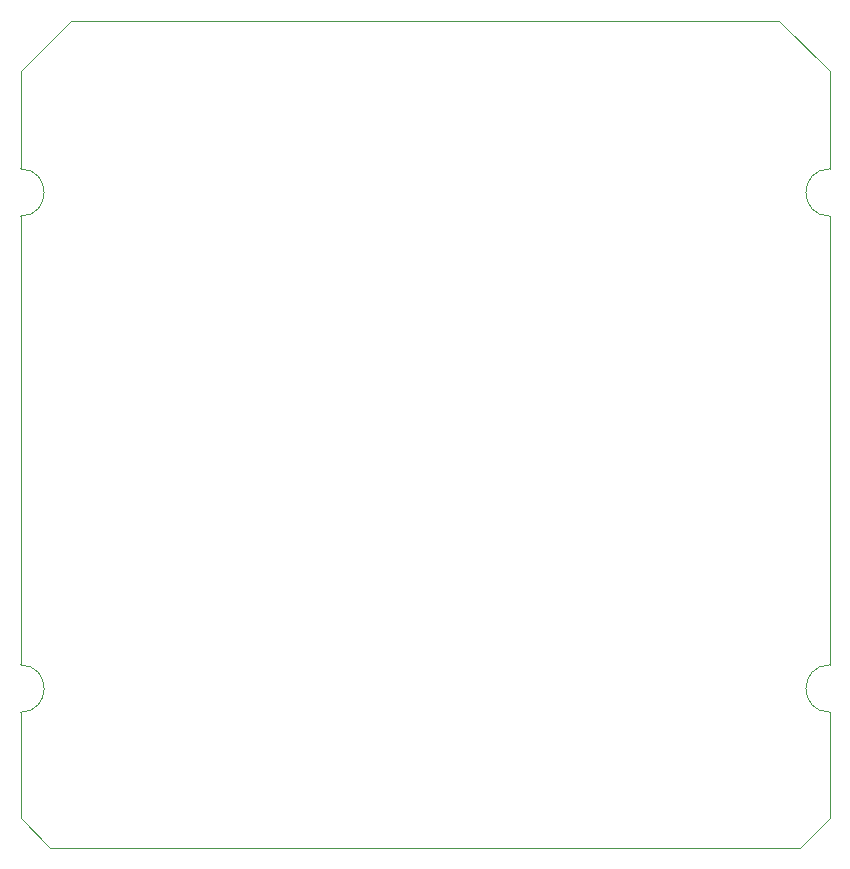
<source format=gm1>
G04 #@! TF.GenerationSoftware,KiCad,Pcbnew,(5.1.7)-1*
G04 #@! TF.CreationDate,2022-10-04T11:17:23+02:00*
G04 #@! TF.ProjectId,Impuls-Modul,496d7075-6c73-42d4-9d6f-64756c2e6b69,rev?*
G04 #@! TF.SameCoordinates,Original*
G04 #@! TF.FileFunction,Profile,NP*
%FSLAX46Y46*%
G04 Gerber Fmt 4.6, Leading zero omitted, Abs format (unit mm)*
G04 Created by KiCad (PCBNEW (5.1.7)-1) date 2022-10-04 11:17:23*
%MOMM*%
%LPD*%
G01*
G04 APERTURE LIST*
G04 #@! TA.AperFunction,Profile*
%ADD10C,0.050000*%
G04 #@! TD*
G04 APERTURE END LIST*
D10*
X94250000Y-41500000D02*
G75*
G02*
X94250000Y-37500000I0J2000000D01*
G01*
X25750000Y-37500000D02*
G75*
G02*
X25750000Y-41500000I0J-2000000D01*
G01*
X25750000Y-79500000D02*
G75*
G02*
X25750000Y-83500000I0J-2000000D01*
G01*
X94250000Y-83500000D02*
G75*
G02*
X94250000Y-79500000I0J2000000D01*
G01*
X25750000Y-92500000D02*
X25750000Y-83500000D01*
X94250000Y-92500000D02*
X94250000Y-83500000D01*
X94250000Y-29250000D02*
X94250000Y-37500000D01*
X25750000Y-29250000D02*
X25750000Y-37500000D01*
X25750000Y-92500000D02*
X28250000Y-95000000D01*
X91750000Y-95000000D02*
X94250000Y-92500000D01*
X90000000Y-25000000D02*
X94250000Y-29250000D01*
X25750000Y-29250000D02*
X30000000Y-25000000D01*
X25750000Y-79500000D02*
X25750000Y-41500000D01*
X91750000Y-95000000D02*
X28250000Y-95000000D01*
X94250000Y-41500000D02*
X94250000Y-79500000D01*
X30000000Y-25000000D02*
X90000000Y-25000000D01*
M02*

</source>
